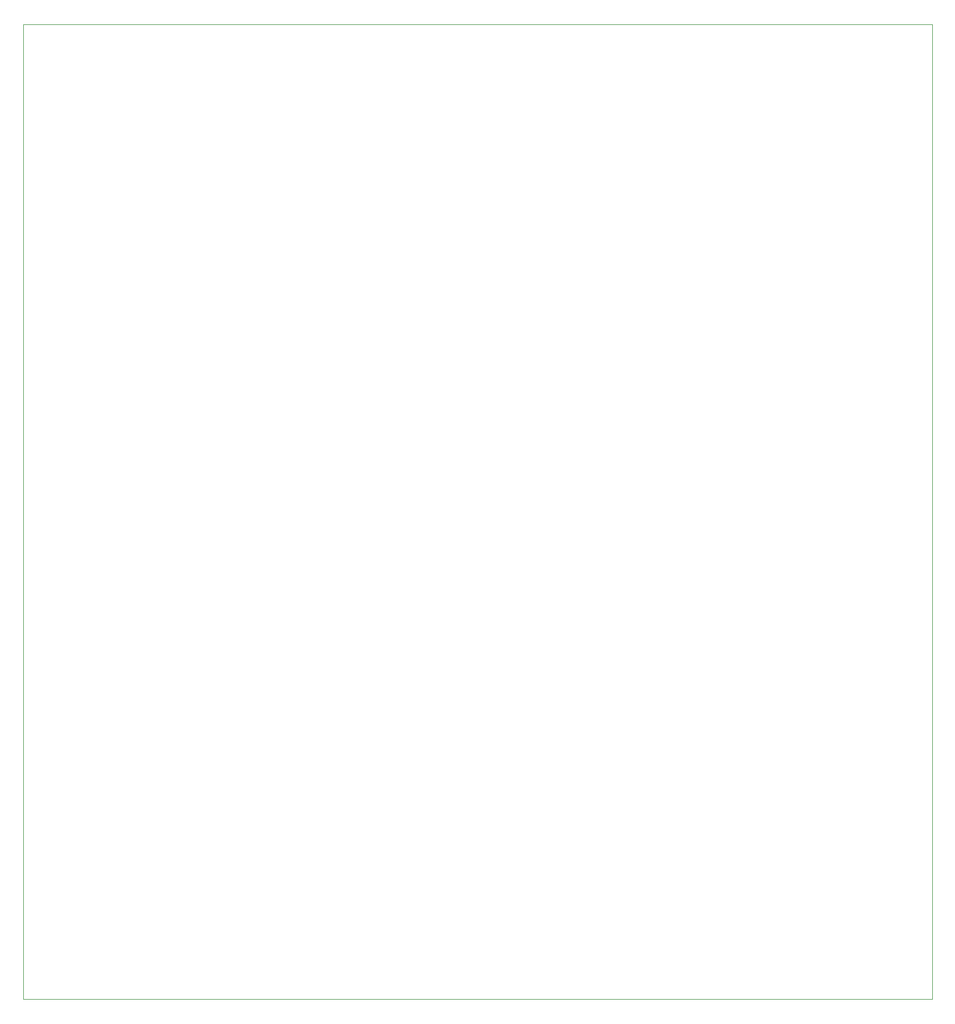
<source format=gbr>
%TF.GenerationSoftware,KiCad,Pcbnew,6.0.8-1.fc36*%
%TF.CreationDate,2022-10-27T22:21:34-04:00*%
%TF.ProjectId,16bit_computer,31366269-745f-4636-9f6d-70757465722e,rev?*%
%TF.SameCoordinates,Original*%
%TF.FileFunction,Profile,NP*%
%FSLAX46Y46*%
G04 Gerber Fmt 4.6, Leading zero omitted, Abs format (unit mm)*
G04 Created by KiCad (PCBNEW 6.0.8-1.fc36) date 2022-10-27 22:21:34*
%MOMM*%
%LPD*%
G01*
G04 APERTURE LIST*
%TA.AperFunction,Profile*%
%ADD10C,0.100000*%
%TD*%
G04 APERTURE END LIST*
D10*
X154940000Y-191770000D02*
X12700000Y-191770000D01*
X12700000Y-191770000D02*
X12700000Y-39370000D01*
X12700000Y-39370000D02*
X154940000Y-39370000D01*
X154940000Y-39370000D02*
X154940000Y-191770000D01*
M02*

</source>
